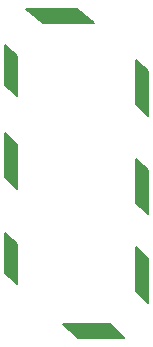
<source format=gbr>
%TF.GenerationSoftware,KiCad,Pcbnew,(6.0.7-1)-1*%
%TF.CreationDate,2022-12-29T08:39:09+01:00*%
%TF.ProjectId,cover_test,636f7665-725f-4746-9573-742e6b696361,rev?*%
%TF.SameCoordinates,Original*%
%TF.FileFunction,Legend,Top*%
%TF.FilePolarity,Positive*%
%FSLAX46Y46*%
G04 Gerber Fmt 4.6, Leading zero omitted, Abs format (unit mm)*
G04 Created by KiCad (PCBNEW (6.0.7-1)-1) date 2022-12-29 08:39:09*
%MOMM*%
%LPD*%
G01*
G04 APERTURE LIST*
%ADD10C,0.200000*%
G04 APERTURE END LIST*
D10*
G36*
X112765050Y-96587430D02*
G01*
X112765050Y-100310913D01*
X111727363Y-99329216D01*
X111727364Y-95605732D01*
X112765050Y-96587430D01*
G37*
X112765050Y-96587430D02*
X112765050Y-100310913D01*
X111727363Y-99329216D01*
X111727364Y-95605732D01*
X112765050Y-96587430D01*
G36*
X112765052Y-104977142D02*
G01*
X112765052Y-108356744D01*
X111727365Y-107465711D01*
X111727365Y-104086109D01*
X112765052Y-104977142D01*
G37*
X112765052Y-104977142D02*
X112765052Y-108356744D01*
X111727365Y-107465711D01*
X111727365Y-104086109D01*
X112765052Y-104977142D01*
G36*
X112765052Y-89065964D02*
G01*
X112765052Y-92445570D01*
X111727365Y-91554535D01*
X111727365Y-88174931D01*
X112765052Y-89065964D01*
G37*
X112765052Y-89065964D02*
X112765052Y-92445570D01*
X111727365Y-91554535D01*
X111727365Y-88174931D01*
X112765052Y-89065964D01*
G36*
X119272579Y-86233799D02*
G01*
X114920986Y-86233799D01*
X113514100Y-85095799D01*
X117865691Y-85095799D01*
X119272579Y-86233799D01*
G37*
X119272579Y-86233799D02*
X114920986Y-86233799D01*
X113514100Y-85095799D01*
X117865691Y-85095799D01*
X119272579Y-86233799D01*
G36*
X121851341Y-112904202D02*
G01*
X117953887Y-112904202D01*
X116693825Y-111766201D01*
X120591277Y-111766201D01*
X121851341Y-112904202D01*
G37*
X121851341Y-112904202D02*
X117953887Y-112904202D01*
X116693825Y-111766201D01*
X120591277Y-111766201D01*
X121851341Y-112904202D01*
G36*
X123872631Y-98746897D02*
G01*
X123872631Y-102446229D01*
X122834944Y-101470901D01*
X122834944Y-97771569D01*
X123872631Y-98746897D01*
G37*
X123872631Y-98746897D02*
X123872631Y-102446229D01*
X122834944Y-101470901D01*
X122834944Y-97771569D01*
X123872631Y-98746897D01*
G36*
X123872634Y-90377190D02*
G01*
X123872634Y-94140321D01*
X122834947Y-93148171D01*
X122834947Y-89385041D01*
X123872634Y-90377190D01*
G37*
X123872634Y-90377190D02*
X123872634Y-94140321D01*
X122834947Y-93148171D01*
X122834947Y-89385041D01*
X123872634Y-90377190D01*
G36*
X123872638Y-106238397D02*
G01*
X123872637Y-109970823D01*
X122834951Y-108986767D01*
X122834951Y-105254342D01*
X123872638Y-106238397D01*
G37*
X123872638Y-106238397D02*
X123872637Y-109970823D01*
X122834951Y-108986767D01*
X122834951Y-105254342D01*
X123872638Y-106238397D01*
M02*

</source>
